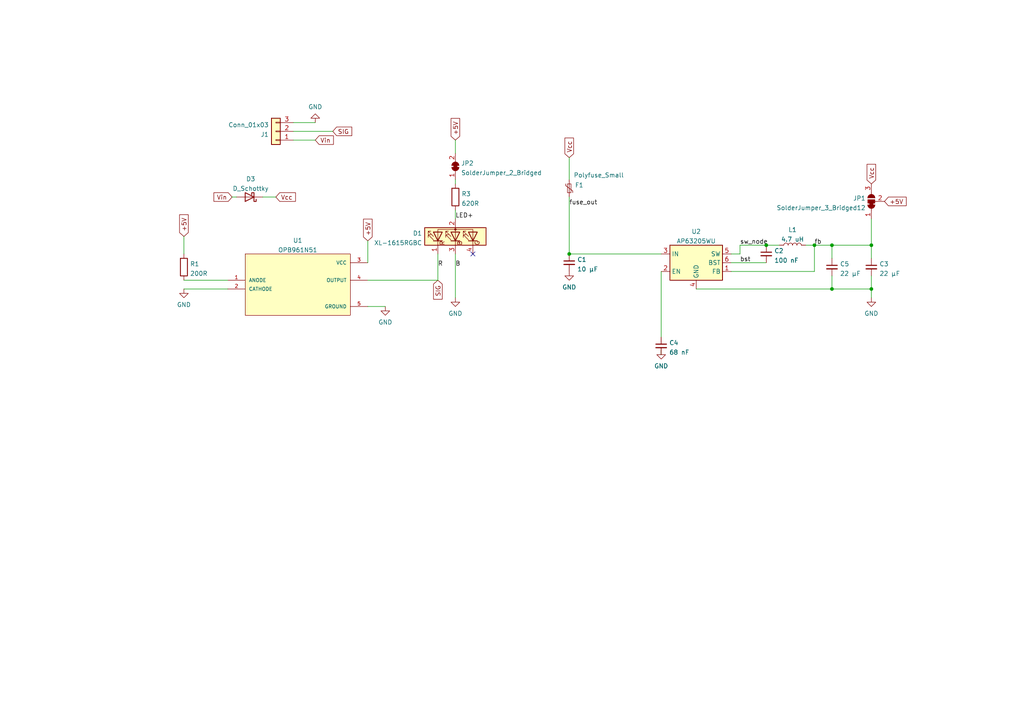
<source format=kicad_sch>
(kicad_sch (version 20230121) (generator eeschema)
  (paper "A4")
  (lib_symbols
    (symbol "Connector_Generic:Conn_01x03" (pin_names (offset 1.016) hide)
      (property "Reference" "J" (at 0 5.08 0))
      (property "Value" "Conn_01x03" (at 0 -5.08 0))
      (symbol "Conn_01x03_1_1"
        (rectangle (start -1.27 -2.413) (end 0 -2.667) (stroke (width 0.1524)))
        (rectangle (start -1.27 0.127) (end 0 -0.127) (stroke (width 0.1524)))
        (rectangle (start -1.27 2.667) (end 0 2.413) (stroke (width 0.1524)))
        (rectangle (start -1.27 3.81) (end 1.27 -3.81) (stroke (width 0.254)) (fill (type background)))
        (pin passive line (at -5.08 2.54 0) (length 3.81) (name "Pin_1") (number "1"))
        (pin passive line (at -5.08 0 0) (length 3.81) (name "Pin_2") (number "2"))
        (pin passive line (at -5.08 -2.54 0) (length 3.81) (name "Pin_3") (number "3"))
      )
    )
    (symbol "Device:C_Small" (pin_numbers hide) (pin_names (offset 0.254) hide)
      (property "Reference" "C" (at 0.254 1.778 0))
      (property "Value" "C_Small" (at 0.254 -2.032 0))
      (symbol "C_Small_0_1"
        (polyline (pts (xy -1.524 -0.508) (xy 1.524 -0.508)) (stroke (width 0.3302)))
        (polyline (pts (xy -1.524 0.508) (xy 1.524 0.508)) (stroke (width 0.3048)))
      )
      (symbol "C_Small_1_1"
        (pin passive line (at 0 2.54 270) (length 2.032) (name "~") (number "1"))
        (pin passive line (at 0 -2.54 90) (length 2.032) (name "~") (number "2"))
      )
    )
    (symbol "Device:D_Schottky" (pin_numbers hide) (pin_names (offset 1.016) hide)
      (property "Reference" "D" (at 0 2.54 0))
      (property "Value" "D_Schottky" (at 0 -2.54 0))
      (symbol "D_Schottky_0_1"
        (polyline (pts (xy 1.27 0) (xy -1.27 0)))
        (polyline (pts (xy 1.27 1.27) (xy 1.27 -1.27) (xy -1.27 0) (xy 1.27 1.27)) (stroke (width 0.254)))
        (polyline (pts (xy -1.905 0.635) (xy -1.905 1.27) (xy -1.27 1.27) (xy -1.27 -1.27) (xy -0.635 -1.27) (xy -0.635 -0.635)) (stroke (width 0.254)))
      )
      (symbol "D_Schottky_1_1"
        (pin passive line (at -3.81 0 0) (length 2.54) (name "K") (number "1"))
        (pin passive line (at 3.81 0 180) (length 2.54) (name "A") (number "2"))
      )
    )
    (symbol "Device:L" (pin_numbers hide) (pin_names (offset 1.016) hide)
      (property "Reference" "L" (at -1.27 0 90))
      (property "Value" "L" (at 1.905 0 90))
      (symbol "L_0_1"
        (arc (start 0 -2.54) (mid 0.6323 -1.905) (end 0 -1.27))
        (arc (start 0 -1.27) (mid 0.6323 -0.635) (end 0 0))
        (arc (start 0 0) (mid 0.6323 0.635) (end 0 1.27))
        (arc (start 0 1.27) (mid 0.6323 1.905) (end 0 2.54))
      )
      (symbol "L_1_1"
        (pin passive line (at 0 3.81 270) (length 1.27) (name "1") (number "1"))
        (pin passive line (at 0 -3.81 90) (length 1.27) (name "2") (number "2"))
      )
    )
    (symbol "Device:Polyfuse_Small" (pin_numbers hide) (pin_names (offset 0))
      (property "Reference" "F" (at -1.905 0 90))
      (property "Value" "Polyfuse_Small" (at 1.905 0 90))
      (symbol "Polyfuse_Small_0_1"
        (rectangle (start -0.508 1.27) (end 0.508 -1.27))
        (polyline (pts (xy 0 2.54) (xy 0 -2.54)))
        (polyline (pts (xy -1.016 1.27) (xy -1.016 0.762) (xy 1.016 -0.762) (xy 1.016 -1.27)))
      )
      (symbol "Polyfuse_Small_1_1"
        (pin passive line (at 0 2.54 270) (length 0.635) (name "~") (number "1"))
        (pin passive line (at 0 -2.54 90) (length 0.635) (name "~") (number "2"))
      )
    )
    (symbol "Device:R" (pin_numbers hide) (pin_names (offset 0))
      (property "Reference" "R" (at 2.032 0 90))
      (property "Value" "R" (at 0 0 90))
      (symbol "R_0_1"
        (rectangle (start -1.016 -2.54) (end 1.016 2.54) (stroke (width 0.254)))
      )
      (symbol "R_1_1"
        (pin passive line (at 0 3.81 270) (length 1.27) (name "~") (number "1"))
        (pin passive line (at 0 -3.81 90) (length 1.27) (name "~") (number "2"))
      )
    )
    (symbol "Jumper:SolderJumper_2_Bridged" (pin_names (offset 0) hide)
      (property "Reference" "JP" (at 0 2.032 0))
      (property "Value" "SolderJumper_2_Bridged" (at 0 -2.54 0))
      (symbol "SolderJumper_2_Bridged_0_1"
        (rectangle (start -0.508 0.508) (end 0.508 -0.508) (fill (type outline)))
        (arc (start -0.254 1.016) (mid -1.2656 0) (end -0.254 -1.016))
        (arc (start -0.254 1.016) (mid -1.2656 0) (end -0.254 -1.016) (fill (type outline)))
        (polyline (pts (xy -0.254 1.016) (xy -0.254 -1.016)))
        (polyline (pts (xy 0.254 1.016) (xy 0.254 -1.016)))
        (arc (start 0.254 -1.016) (mid 1.2656 0) (end 0.254 1.016))
        (arc (start 0.254 -1.016) (mid 1.2656 0) (end 0.254 1.016) (fill (type outline)))
      )
      (symbol "SolderJumper_2_Bridged_1_1"
        (pin passive line (at -3.81 0 0) (length 2.54) (name "A") (number "1"))
        (pin passive line (at 3.81 0 180) (length 2.54) (name "B") (number "2"))
      )
    )
    (symbol "Jumper:SolderJumper_3_Bridged12" (pin_names (offset 0) hide)
      (property "Reference" "JP" (at -2.54 -2.54 0))
      (property "Value" "SolderJumper_3_Bridged12" (at 0 2.794 0))
      (symbol "SolderJumper_3_Bridged12_0_1"
        (rectangle (start -1.016 0.508) (end -0.508 -0.508) (fill (type outline)))
        (arc (start -1.016 1.016) (mid -2.0276 0) (end -1.016 -1.016))
        (arc (start -1.016 1.016) (mid -2.0276 0) (end -1.016 -1.016) (fill (type outline)))
        (rectangle (start -0.508 1.016) (end 0.508 -1.016) (fill (type outline)))
        (polyline (pts (xy -2.54 0) (xy -2.032 0)))
        (polyline (pts (xy -1.016 1.016) (xy -1.016 -1.016)))
        (polyline (pts (xy 0 -1.27) (xy 0 -1.016)))
        (polyline (pts (xy 1.016 1.016) (xy 1.016 -1.016)))
        (polyline (pts (xy 2.54 0) (xy 2.032 0)))
        (arc (start 1.016 -1.016) (mid 2.0276 0) (end 1.016 1.016))
        (arc (start 1.016 -1.016) (mid 2.0276 0) (end 1.016 1.016) (fill (type outline)))
      )
      (symbol "SolderJumper_3_Bridged12_1_1"
        (pin passive line (at -5.08 0 0) (length 2.54) (name "A") (number "1"))
        (pin input line (at 0 -3.81 90) (length 2.54) (name "C") (number "2"))
        (pin passive line (at 5.08 0 180) (length 2.54) (name "B") (number "3"))
      )
    )
    (symbol "LED:XL-1615RBGC" (pin_names (offset 0) hide)
      (property "Reference" "D" (at 0 10.16 0))
      (property "Value" "XL-1615RBGC" (at 0 -10.16 0))
      (symbol "XL-1615RBGC_0_0"
        (text "B" (at -1.905 -1.27 0) (effects (font (size 1.27 1.27))))
        (text "G" (at -1.905 -6.35 0) (effects (font (size 1.27 1.27))))
        (text "R" (at -1.905 3.81 0) (effects (font (size 1.27 1.27))))
      )
      (symbol "XL-1615RBGC_0_1"
        (rectangle (start -2.54 -8.89) (end 2.54 8.89) (stroke (width 0.254)) (fill (type background)))
        (polyline (pts (xy -2.54 -5.08) (xy 1.27 -5.08)))
        (polyline (pts (xy -1.27 -3.81) (xy -1.27 -6.35)) (stroke (width 0.254)))
        (polyline (pts (xy -1.27 1.27) (xy -1.27 -1.27)) (stroke (width 0.254)))
        (polyline (pts (xy -1.27 6.35) (xy -1.27 3.81)) (stroke (width 0.254)))
        (polyline (pts (xy 1.27 5.08) (xy -2.54 5.08)))
        (polyline (pts (xy 2.54 0) (xy -2.54 0)))
        (polyline (pts (xy 1.27 -5.08) (xy 2.032 -5.08) (xy 2.032 5.08) (xy 1.27 5.08)))
        (polyline (pts (xy 1.27 -3.81) (xy 1.27 -6.35) (xy -1.27 -5.08) (xy 1.27 -3.81)) (stroke (width 0.254)))
        (polyline (pts (xy 1.27 1.27) (xy 1.27 -1.27) (xy -1.27 0) (xy 1.27 1.27)) (stroke (width 0.254)))
        (polyline (pts (xy 1.27 6.35) (xy 1.27 3.81) (xy -1.27 5.08) (xy 1.27 6.35)) (stroke (width 0.254)))
        (polyline (pts (xy -1.016 -3.81) (xy 0.508 -2.286) (xy -0.254 -2.286) (xy 0.508 -2.286) (xy 0.508 -3.048)))
        (polyline (pts (xy -1.016 1.27) (xy 0.508 2.794) (xy -0.254 2.794) (xy 0.508 2.794) (xy 0.508 2.032)))
        (polyline (pts (xy -1.016 6.35) (xy 0.508 7.874) (xy -0.254 7.874) (xy 0.508 7.874) (xy 0.508 7.112)))
        (polyline (pts (xy 0 -3.81) (xy 1.524 -2.286) (xy 0.762 -2.286) (xy 1.524 -2.286) (xy 1.524 -3.048)))
        (polyline (pts (xy 0 1.27) (xy 1.524 2.794) (xy 0.762 2.794) (xy 1.524 2.794) (xy 1.524 2.032)))
        (polyline (pts (xy 0 6.35) (xy 1.524 7.874) (xy 0.762 7.874) (xy 1.524 7.874) (xy 1.524 7.112)))
        (rectangle (start 1.27 6.35) (end 1.27 6.35))
        (circle (center 2.032 0) (radius 0.254) (fill (type outline)))
      )
      (symbol "XL-1615RBGC_1_1"
        (pin input line (at -5.08 5.08 0) (length 2.54) (name "R") (number "1"))
        (pin power_in line (at 5.08 0 180) (length 2.54) (name "A") (number "2"))
        (pin input line (at -5.08 0 0) (length 2.54) (name "B") (number "3"))
        (pin input line (at -5.08 -5.08 0) (length 2.54) (name "G") (number "4"))
      )
    )
    (symbol "OPB961N51:OPB961N51" (pin_names (offset 1.016))
      (property "Reference" "U" (at -15.24 10.922 0))
      (property "Value" "OPB961N51" (at -15.24 -10.16 0))
      (symbol "OPB961N51_0_0"
        (rectangle (start -15.24 -7.62) (end 15.24 10.16) (stroke (width 0.1524)) (fill (type background)))
        (pin passive line (at -20.32 2.54 0) (length 5.08) (name "ANODE") (number "1"))
        (pin passive line (at -20.32 0 0) (length 5.08) (name "CATHODE") (number "2"))
        (pin power_in line (at 20.32 7.62 180) (length 5.08) (name "VCC") (number "3"))
        (pin output line (at 20.32 2.54 180) (length 5.08) (name "OUTPUT") (number "4"))
        (pin power_in line (at 20.32 -5.08 180) (length 5.08) (name "GROUND") (number "5"))
      )
    )
    (symbol "Regulator_Switching:AP63205WU"
      (property "Reference" "U" (at -7.62 6.35 0))
      (property "Value" "AP63205WU" (at 2.54 6.35 0))
      (symbol "AP63205WU_0_1"
        (rectangle (start -7.62 5.08) (end 7.62 -5.08) (stroke (width 0.254)) (fill (type background)))
      )
      (symbol "AP63205WU_1_1"
        (pin input line (at 10.16 -2.54 180) (length 2.54) (name "FB") (number "1"))
        (pin input line (at -10.16 -2.54 0) (length 2.54) (name "EN") (number "2"))
        (pin power_in line (at -10.16 2.54 0) (length 2.54) (name "IN") (number "3"))
        (pin power_in line (at 0 -7.62 90) (length 2.54) (name "GND") (number "4"))
        (pin output line (at 10.16 2.54 180) (length 2.54) (name "SW") (number "5"))
        (pin passive line (at 10.16 0 180) (length 2.54) (name "BST") (number "6"))
      )
    )
    (symbol "power:GND" (power) (pin_names (offset 0))
      (property "Value" "GND" (at 0 -3.81 0))
      (symbol "GND_0_1"
        (polyline (pts (xy 0 0) (xy 0 -1.27) (xy 1.27 -1.27) (xy 0 -2.54) (xy -1.27 -1.27) (xy 0 -1.27)))
      )
      (symbol "GND_1_1"
        (pin power_in line (at 0 0 270) (length 0) hide (name "GND") (number "1"))
      )
    )
  )
  (junction (at 241.3 71.12))
  (junction (at 165.1 73.66))
  (junction (at 252.73 83.82))
  (junction (at 236.22 71.12))
  (junction (at 241.3 83.82))
  (junction (at 252.73 71.12))
  (junction (at 222.25 71.12))
  (no_connect (at 137.16 73.66))
  (wire (pts (xy 53.34 83.82) (xy 66.04 83.82)))
  (wire (pts (xy 252.73 74.93) (xy 252.73 71.12)))
  (wire (pts (xy 212.09 76.2) (xy 222.25 76.2)))
  (wire (pts (xy 212.09 73.66) (xy 214.63 73.66)))
  (wire (pts (xy 53.34 81.28) (xy 66.04 81.28)))
  (wire (pts (xy 252.73 83.82) (xy 252.73 86.36)))
  (wire (pts (xy 222.25 71.12) (xy 226.06 71.12)))
  (wire (pts (xy 106.68 69.85) (xy 106.68 76.2)))
  (wire (pts (xy 76.2 57.15) (xy 80.01 57.15)))
  (wire (pts (xy 165.1 45.72) (xy 165.1 52.07)))
  (wire (pts (xy 241.3 71.12) (xy 252.73 71.12)))
  (wire (pts (xy 191.77 78.74) (xy 191.77 97.79)))
  (wire (pts (xy 127 73.66) (xy 127 81.28)))
  (wire (pts (xy 236.22 78.74) (xy 236.22 71.12)))
  (wire (pts (xy 165.1 57.15) (xy 165.1 73.66)))
  (wire (pts (xy 252.73 63.5) (xy 252.73 71.12)))
  (wire (pts (xy 212.09 78.74) (xy 236.22 78.74)))
  (wire (pts (xy 132.08 60.96) (xy 132.08 63.5)))
  (wire (pts (xy 132.08 52.07) (xy 132.08 53.34)))
  (wire (pts (xy 132.08 73.66) (xy 132.08 86.36)))
  (wire (pts (xy 191.77 102.87) (xy 191.77 101.6)))
  (wire (pts (xy 214.63 71.12) (xy 222.25 71.12)))
  (wire (pts (xy 252.73 83.82) (xy 252.73 80.01)))
  (wire (pts (xy 165.1 73.66) (xy 191.77 73.66)))
  (wire (pts (xy 106.68 81.28) (xy 127 81.28)))
  (wire (pts (xy 233.68 71.12) (xy 236.22 71.12)))
  (wire (pts (xy 236.22 71.12) (xy 241.3 71.12)))
  (wire (pts (xy 67.31 57.15) (xy 68.58 57.15)))
  (wire (pts (xy 132.08 40.64) (xy 132.08 44.45)))
  (wire (pts (xy 91.44 35.56) (xy 85.09 35.56)))
  (wire (pts (xy 96.52 38.1) (xy 85.09 38.1)))
  (wire (pts (xy 201.93 83.82) (xy 241.3 83.82)))
  (wire (pts (xy 214.63 73.66) (xy 214.63 71.12)))
  (wire (pts (xy 241.3 71.12) (xy 241.3 74.93)))
  (wire (pts (xy 241.3 80.01) (xy 241.3 83.82)))
  (wire (pts (xy 106.68 88.9) (xy 111.76 88.9)))
  (wire (pts (xy 53.34 68.58) (xy 53.34 73.66)))
  (wire (pts (xy 91.44 40.64) (xy 85.09 40.64)))
  (wire (pts (xy 241.3 83.82) (xy 252.73 83.82)))
  (label "B" (at 132.08 77.47 0))
  (label "bst" (at 214.63 76.2 0))
  (label "fuse_out" (at 165.1 59.69 0))
  (label "LED+" (at 132.08 63.5 0))
  (label "fb" (at 236.22 71.12 0))
  (label "sw_node" (at 214.63 71.12 0))
  (label "R" (at 127 77.47 0))
  (global_label "Vin" (shape input) (at 67.31 57.15 180) (property "Intersheetrefs" "${INTERSHEET_REFS}" (effects hide)))
  (global_label "Vin" (shape input) (at 91.44 40.64 0) (property "Intersheetrefs" "${INTERSHEET_REFS}" (effects hide)))
  (global_label "+5V" (shape input) (at 53.34 68.58 90) (property "Intersheetrefs" "${INTERSHEET_REFS}" (effects hide)))
  (global_label "Vcc" (shape input) (at 165.1 45.72 90) (property "Intersheetrefs" "${INTERSHEET_REFS}" (effects hide)))
  (global_label "+5V" (shape input) (at 256.54 58.42 0) (property "Intersheetrefs" "${INTERSHEET_REFS}" (effects hide)))
  (global_label "SIG" (shape input) (at 96.52 38.1 0) (property "Intersheetrefs" "${INTERSHEET_REFS}" (effects hide)))
  (global_label "Vcc" (shape input) (at 252.73 53.34 90) (property "Intersheetrefs" "${INTERSHEET_REFS}" (effects hide)))
  (global_label "+5V" (shape input) (at 106.68 69.85 90) (property "Intersheetrefs" "${INTERSHEET_REFS}" (effects hide)))
  (global_label "Vcc" (shape input) (at 80.01 57.15 0) (property "Intersheetrefs" "${INTERSHEET_REFS}" (effects hide)))
  (global_label "+5V" (shape input) (at 132.08 40.64 90) (property "Intersheetrefs" "${INTERSHEET_REFS}" (effects hide)))
  (global_label "SIG" (shape input) (at 127 81.28 270) (property "Intersheetrefs" "${INTERSHEET_REFS}" (effects hide)))
  (symbol (lib_id "Device:C_Small") (at 241.3 77.47 0) (unit 1)
    (property "Reference" "C5" (at 243.6241 76.5678 0) (effects (justify left)))
    (property "Value" "22 µF" (at 243.6241 79.3429 0) (effects (justify left)))
    (property "Footprint" "Capacitor_SMD:C_0603_1608Metric" (effects hide))
    (property "LCSC" "C84419" (effects hide))
    (property "PARTNUM" "GRM188R61A226ME15D" (effects hide))
  )
  (symbol (lib_id "Device:C_Small") (at 252.73 77.47 0) (unit 1)
    (property "Reference" "C3" (at 255.0541 76.5678 0) (effects (justify left)))
    (property "Value" "22 µF" (at 255.0541 79.3429 0) (effects (justify left)))
    (property "Footprint" "Capacitor_SMD:C_0603_1608Metric" (effects hide))
    (property "LCSC" "C84419" (effects hide))
    (property "PARTNUM" "GRM188R61A226ME15D" (effects hide))
  )
  (symbol (lib_id "LED:XL-1615RBGC") (at 132.08 68.58 90) (unit 1)
    (property "Reference" "D1" (at 122.4281 67.6715 90) (effects (justify left)))
    (property "Value" "XL-1615RGBC" (at 122.4281 70.4466 90) (effects (justify left)))
    (property "Footprint" "LED_SMD:LED_0606_1432" (effects hide))
    (property "Datasheet" "https://datasheet.lcsc.com/lcsc/2012301032_XINGLIGHT-XL-1615RGBC-RF_C965840.pdf" (effects hide))
    (property "LCSC" "C965840" (effects hide))
  )
  (symbol (lib_id "Regulator_Switching:AP63205WU") (at 201.93 76.2 0) (unit 1)
    (property "Reference" "U2" (at 201.93 67.1535 0))
    (property "Value" "AP63205WU" (at 201.93 69.9286 0))
    (property "Footprint" "Package_TO_SOT_SMD:TSOT-26" (effects hide))
    (property "Datasheet" "https://www.diodes.com/assets/Datasheets/AP63200-AP63201-AP63203-AP63205.pdf" (effects hide))
    (property "LCSC" "C2071056" (effects hide))
    (property "PARTNUM" "AP63205WU" (effects hide))
  )
  (symbol (lib_id "Device:Polyfuse_Small") (at 165.1 54.61 0) (unit 1)
    (property "Reference" "F1" (at 166.751 53.7015 0) (effects (justify left)))
    (property "Value" "Polyfuse_Small" (at 166.37 50.8 0) (effects (justify left)))
    (property "Footprint" "Resistor_SMD:R_0805_2012Metric" (effects hide))
    (property "LCSC" "C2840557" (effects hide))
    (property "PARTNUM" " SMD0805-010-33V" (effects hide))
  )
  (symbol (lib_id "power:GND") (at 132.08 86.36 0) (unit 1)
    (property "Reference" "#PWR0107" (effects hide))
    (property "Value" "GND" (at 132.08 90.9225 0))
  )
  (symbol (lib_id "Device:L") (at 229.87 71.12 90) (unit 1)
    (property "Reference" "L1" (at 229.87 66.6455 90))
    (property "Value" "4.7 uH" (at 229.87 69.4206 90))
    (property "Footprint" "Inductor_SMD:CKCS3010" (effects hide))
    (property "LCSC" "C354557" (effects hide))
    (property "PARTNUM" "CKCS3012-4.7uH/M" (effects hide))
  )
  (symbol (lib_id "Device:R") (at 53.34 77.47 0) (unit 1)
    (property "Reference" "R1" (at 55.118 76.5615 0) (effects (justify left)))
    (property "Value" "200R" (at 55.118 79.3366 0) (effects (justify left)))
    (property "Footprint" "Resistor_SMD:R_0603_1608Metric" (effects hide))
    (property "LCSC" "C8218" (effects hide))
    (property "PARTNUM" "0603WAF2000T5E" (effects hide))
  )
  (symbol (lib_id "Jumper:SolderJumper_3_Bridged12") (at 252.73 58.42 90) (unit 1)
    (property "Reference" "JP1" (at 251.0791 57.5115 90) (effects (justify left)))
    (property "Value" "SolderJumper_3_Bridged12" (at 251.0791 60.2866 90) (effects (justify left)))
    (property "Footprint" "Jumper:SolderJumper-3_P1.3mm_Bridged12_RoundedPad1.0x1.5mm_NumberLabels" (effects hide))
  )
  (symbol (lib_id "power:GND") (at 111.76 88.9 0) (unit 1)
    (property "Reference" "#PWR0105" (effects hide))
    (property "Value" "GND" (at 111.76 93.4625 0))
  )
  (symbol (lib_id "power:GND") (at 91.44 35.56 180) (unit 1)
    (property "Reference" "#PWR0102" (effects hide))
    (property "Value" "GND" (at 91.44 30.9975 0))
  )
  (symbol (lib_id "power:GND") (at 53.34 83.82 0) (unit 1)
    (property "Reference" "#PWR0103" (effects hide))
    (property "Value" "GND" (at 53.34 88.3825 0))
  )
  (symbol (lib_id "Device:C_Small") (at 222.25 73.66 0) (unit 1)
    (property "Reference" "C2" (at 224.5741 72.7578 0) (effects (justify left)))
    (property "Value" "100 nF" (at 224.5741 75.5329 0) (effects (justify left)))
    (property "Footprint" "Capacitor_SMD:C_0402_1005Metric" (effects hide))
    (property "LCSC" "C307331" (effects hide))
    (property "PARTNUM" "CL05B104KB54PNC" (effects hide))
  )
  (symbol (lib_id "Jumper:SolderJumper_2_Bridged") (at 132.08 48.26 90) (unit 1)
    (property "Reference" "JP2" (at 133.731 47.3515 90) (effects (justify right)))
    (property "Value" "SolderJumper_2_Bridged" (at 133.731 50.1266 90) (effects (justify right)))
    (property "Footprint" "Jumper:SolderJumper-2_DARKMODE" (effects hide))
  )
  (symbol (lib_id "Device:C_Small") (at 165.1 76.2 0) (unit 1)
    (property "Reference" "C1" (at 167.4241 75.2978 0) (effects (justify left)))
    (property "Value" "10 µF" (at 167.4241 78.0729 0) (effects (justify left)))
    (property "Footprint" "Capacitor_SMD:C_0805_2012Metric" (effects hide))
    (property "LCSC" "C440198" (effects hide))
    (property "PARTNUM" "GRM21BR61H106KE43L" (effects hide))
  )
  (symbol (lib_id "power:GND") (at 252.73 86.36 0) (unit 1)
    (property "Reference" "#PWR0101" (effects hide))
    (property "Value" "GND" (at 252.73 90.9225 0))
  )
  (symbol (lib_id "OPB961N51:OPB961N51") (at 86.36 83.82 0) (unit 1)
    (property "Reference" "U1" (at 86.36 69.7443 0))
    (property "Value" "OPB961N51" (at 86.36 72.5194 0))
    (property "Footprint" "footprints:OPTO_EE-SX398_OPB666N" (effects hide))
    (property "STANDARD" "IPC-7351B" (effects hide))
    (property "MAXIMUM_PACKAGE_HEIGHT" "10.8mm" (effects hide))
    (property "MANUFACTURER" "TT Electronics" (effects hide))
    (property "PARTREV" "D" (effects hide))
  )
  (symbol (lib_id "power:GND") (at 165.1 78.74 0) (unit 1)
    (property "Reference" "#PWR0104" (effects hide))
    (property "Value" "GND" (at 165.1 83.3025 0))
  )
  (symbol (lib_id "Device:D_Schottky") (at 72.39 57.15 180) (unit 1)
    (property "Reference" "D3" (at 72.7075 51.9135 0))
    (property "Value" "D_Schottky" (at 72.7075 54.6886 0))
    (property "Footprint" "Diode_SMD:D_SOD-323" (effects hide))
    (property "LCSC" "C146335" (effects hide))
    (property "PARTNUM" "CUS10S30,H3F" (effects hide))
  )
  (symbol (lib_id "power:GND") (at 191.77 101.6 0) (unit 1)
    (property "Reference" "#PWR0106" (effects hide))
    (property "Value" "GND" (at 191.77 106.1625 0))
  )
  (symbol (lib_id "Device:R") (at 132.08 57.15 0) (unit 1)
    (property "Reference" "R3" (at 133.858 56.2415 0) (effects (justify left)))
    (property "Value" "620R" (at 133.858 59.0166 0) (effects (justify left)))
    (property "Footprint" "Resistor_SMD:R_0603_1608Metric" (effects hide))
    (property "LCSC" "C23220" (effects hide))
    (property "PARTNUM" "0603WAF6200T5E" (effects hide))
  )
  (symbol (lib_id "Connector_Generic:Conn_01x03") (at 80.01 38.1 180) (unit 1)
    (property "Reference" "J1" (at 77.978 39.0085 0) (effects (justify left)))
    (property "Value" "Conn_01x03" (at 77.978 36.2334 0) (effects (justify left)))
    (property "Footprint" "Connector_JST:JST_PH_S3B-PH-K_1x03_P2.00mm_Horizontal" (effects hide))
  )
  (symbol (lib_id "Device:C_Small") (at 191.77 100.33 0) (unit 1)
    (property "Reference" "C4" (at 194.0941 99.4278 0) (effects (justify left)))
    (property "Value" "68 nF" (at 194.0941 102.2029 0) (effects (justify left)))
    (property "Footprint" "Capacitor_SMD:C_0402_1005Metric" (effects hide))
    (property "LCSC" "C354977" (effects hide))
    (property "PARTNUM" "CC0402KRX7R9BB683" (effects hide))
  )
)
</source>
